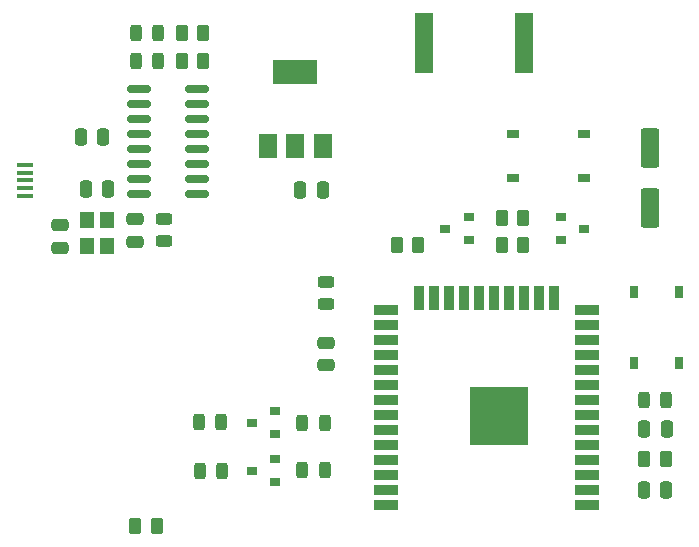
<source format=gtp>
G04 #@! TF.GenerationSoftware,KiCad,Pcbnew,(6.0.1-0)*
G04 #@! TF.CreationDate,2022-01-18T00:45:38+01:00*
G04 #@! TF.ProjectId,ithowifi_4l,6974686f-7769-4666-995f-346c2e6b6963,rev?*
G04 #@! TF.SameCoordinates,Original*
G04 #@! TF.FileFunction,Paste,Top*
G04 #@! TF.FilePolarity,Positive*
%FSLAX46Y46*%
G04 Gerber Fmt 4.6, Leading zero omitted, Abs format (unit mm)*
G04 Created by KiCad (PCBNEW (6.0.1-0)) date 2022-01-18 00:45:38*
%MOMM*%
%LPD*%
G01*
G04 APERTURE LIST*
G04 Aperture macros list*
%AMRoundRect*
0 Rectangle with rounded corners*
0 $1 Rounding radius*
0 $2 $3 $4 $5 $6 $7 $8 $9 X,Y pos of 4 corners*
0 Add a 4 corners polygon primitive as box body*
4,1,4,$2,$3,$4,$5,$6,$7,$8,$9,$2,$3,0*
0 Add four circle primitives for the rounded corners*
1,1,$1+$1,$2,$3*
1,1,$1+$1,$4,$5*
1,1,$1+$1,$6,$7*
1,1,$1+$1,$8,$9*
0 Add four rect primitives between the rounded corners*
20,1,$1+$1,$2,$3,$4,$5,0*
20,1,$1+$1,$4,$5,$6,$7,0*
20,1,$1+$1,$6,$7,$8,$9,0*
20,1,$1+$1,$8,$9,$2,$3,0*%
G04 Aperture macros list end*
%ADD10R,2.000000X0.900000*%
%ADD11R,0.900000X2.000000*%
%ADD12R,5.000000X5.000000*%
%ADD13RoundRect,0.243750X0.243750X0.456250X-0.243750X0.456250X-0.243750X-0.456250X0.243750X-0.456250X0*%
%ADD14RoundRect,0.243750X-0.456250X0.243750X-0.456250X-0.243750X0.456250X-0.243750X0.456250X0.243750X0*%
%ADD15RoundRect,0.249998X-0.262502X-0.450002X0.262502X-0.450002X0.262502X0.450002X-0.262502X0.450002X0*%
%ADD16RoundRect,0.249998X0.262502X0.450002X-0.262502X0.450002X-0.262502X-0.450002X0.262502X-0.450002X0*%
%ADD17R,1.350000X0.400000*%
%ADD18RoundRect,0.250000X0.250000X0.475000X-0.250000X0.475000X-0.250000X-0.475000X0.250000X-0.475000X0*%
%ADD19R,0.900000X0.800000*%
%ADD20RoundRect,0.243750X-0.243750X-0.456250X0.243750X-0.456250X0.243750X0.456250X-0.243750X0.456250X0*%
%ADD21R,1.500000X2.000000*%
%ADD22R,3.800000X2.000000*%
%ADD23RoundRect,0.250000X-0.475000X0.250000X-0.475000X-0.250000X0.475000X-0.250000X0.475000X0.250000X0*%
%ADD24RoundRect,0.250000X0.550000X-1.412500X0.550000X1.412500X-0.550000X1.412500X-0.550000X-1.412500X0*%
%ADD25RoundRect,0.250000X-0.250000X-0.475000X0.250000X-0.475000X0.250000X0.475000X-0.250000X0.475000X0*%
%ADD26R,0.750000X1.000000*%
%ADD27RoundRect,0.150000X-0.825000X-0.150000X0.825000X-0.150000X0.825000X0.150000X-0.825000X0.150000X0*%
%ADD28R,1.200000X1.400000*%
%ADD29RoundRect,0.250000X0.475000X-0.250000X0.475000X0.250000X-0.475000X0.250000X-0.475000X-0.250000X0*%
%ADD30R,1.000000X0.750000*%
%ADD31R,1.500000X5.080000*%
G04 APERTURE END LIST*
D10*
X104477600Y-148615400D03*
X104477600Y-147345400D03*
X104477600Y-146075400D03*
X104477600Y-144805400D03*
X104477600Y-143535400D03*
X104477600Y-142265400D03*
X104477600Y-140995400D03*
X104477600Y-139725400D03*
X104477600Y-138455400D03*
X104477600Y-137185400D03*
X104477600Y-135915400D03*
X104477600Y-134645400D03*
X104477600Y-133375400D03*
X104477600Y-132105400D03*
D11*
X101692600Y-131105400D03*
X100422600Y-131105400D03*
X99152600Y-131105400D03*
X97882600Y-131105400D03*
X96612600Y-131105400D03*
X95342600Y-131105400D03*
X94072600Y-131105400D03*
X92802600Y-131105400D03*
X91532600Y-131105400D03*
X90262600Y-131105400D03*
D10*
X87477600Y-132105400D03*
X87477600Y-133375400D03*
X87477600Y-134645400D03*
X87477600Y-135915400D03*
X87477600Y-137185400D03*
X87477600Y-138455400D03*
X87477600Y-139725400D03*
X87477600Y-140995400D03*
X87477600Y-142265400D03*
X87477600Y-143535400D03*
X87477600Y-144805400D03*
X87477600Y-146075400D03*
X87477600Y-147345400D03*
X87477600Y-148615400D03*
D12*
X96977600Y-141115400D03*
D13*
X111156500Y-139734000D03*
X109281500Y-139734000D03*
D14*
X82342500Y-129779500D03*
X82342500Y-131654500D03*
D15*
X109330000Y-144754600D03*
X111155000Y-144754600D03*
D16*
X90200000Y-126619000D03*
X88375000Y-126619000D03*
D17*
X56853200Y-119868000D03*
X56853200Y-120518000D03*
X56853200Y-121168000D03*
X56853200Y-121818000D03*
X56853200Y-122468000D03*
D18*
X111182000Y-147412500D03*
X109282000Y-147412500D03*
D19*
X78061000Y-142617100D03*
X78061000Y-140717100D03*
X76061000Y-141667100D03*
X78061000Y-146679600D03*
X78061000Y-144779600D03*
X76061000Y-145729600D03*
D20*
X80374000Y-145703000D03*
X82249000Y-145703000D03*
X80374000Y-141702500D03*
X82249000Y-141702500D03*
D13*
X73568500Y-145755000D03*
X71693500Y-145755000D03*
D14*
X68656200Y-124460000D03*
X68656200Y-126335000D03*
D21*
X77477300Y-118267500D03*
D22*
X79777300Y-111967500D03*
D21*
X79777300Y-118267500D03*
X82077300Y-118267500D03*
D16*
X68055000Y-150402000D03*
X66230000Y-150402000D03*
D13*
X73516000Y-141626500D03*
X71641000Y-141626500D03*
D23*
X82342500Y-134908000D03*
X82342500Y-136808000D03*
D18*
X82087800Y-121983500D03*
X80187800Y-121983500D03*
D16*
X99090000Y-126619000D03*
X97265000Y-126619000D03*
D19*
X94455000Y-126206000D03*
X94455000Y-124306000D03*
X92455000Y-125256000D03*
X102250000Y-124306000D03*
X102250000Y-126206000D03*
X104250000Y-125256000D03*
D24*
X109807000Y-123526500D03*
X109807000Y-118451500D03*
D15*
X97265000Y-124333000D03*
X99090000Y-124333000D03*
D25*
X109301200Y-142189200D03*
X111201200Y-142189200D03*
D26*
X108471000Y-130638000D03*
X108471000Y-136638000D03*
X112221000Y-136638000D03*
X112221000Y-130638000D03*
D18*
X63942000Y-121920000D03*
X62042000Y-121920000D03*
D23*
X66167000Y-124460000D03*
X66167000Y-126360000D03*
D18*
X63500000Y-117475000D03*
X61600000Y-117475000D03*
D20*
X66262000Y-108666000D03*
X68137000Y-108666000D03*
D16*
X71962000Y-111092000D03*
X70137000Y-111092000D03*
X71962000Y-108666000D03*
X70137000Y-108666000D03*
D27*
X66538400Y-113414600D03*
X66538400Y-114684600D03*
X66538400Y-115954600D03*
X66538400Y-117224600D03*
X66538400Y-118494600D03*
X66538400Y-119764600D03*
X66538400Y-121034600D03*
X66538400Y-122304600D03*
X71488400Y-122304600D03*
X71488400Y-121034600D03*
X71488400Y-119764600D03*
X71488400Y-118494600D03*
X71488400Y-117224600D03*
X71488400Y-115954600D03*
X71488400Y-114684600D03*
X71488400Y-113414600D03*
D28*
X62142000Y-124503000D03*
X62142000Y-126703000D03*
X63842000Y-126703000D03*
X63842000Y-124503000D03*
D20*
X66262000Y-111092000D03*
X68137000Y-111092000D03*
D29*
X59817000Y-126868000D03*
X59817000Y-124968000D03*
D30*
X104219000Y-117251000D03*
X98219000Y-117251000D03*
X104219000Y-121001000D03*
X98219000Y-121001000D03*
D31*
X99131400Y-109548400D03*
X90631400Y-109548400D03*
M02*

</source>
